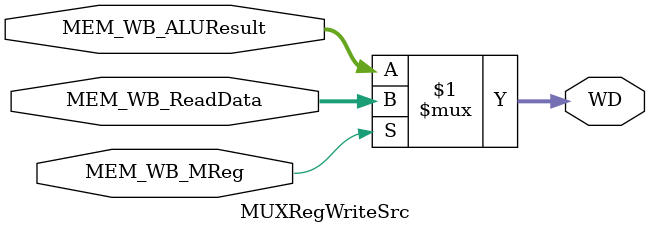
<source format=v>
`timescale 1ns / 1ps

module MUXRegWriteSrc(
input MEM_WB_MReg,
input [31:0] MEM_WB_ALUResult, MEM_WB_ReadData,
output [31:0] WD
);

assign WD= MEM_WB_MReg ? MEM_WB_ReadData : MEM_WB_ALUResult;

endmodule

</source>
